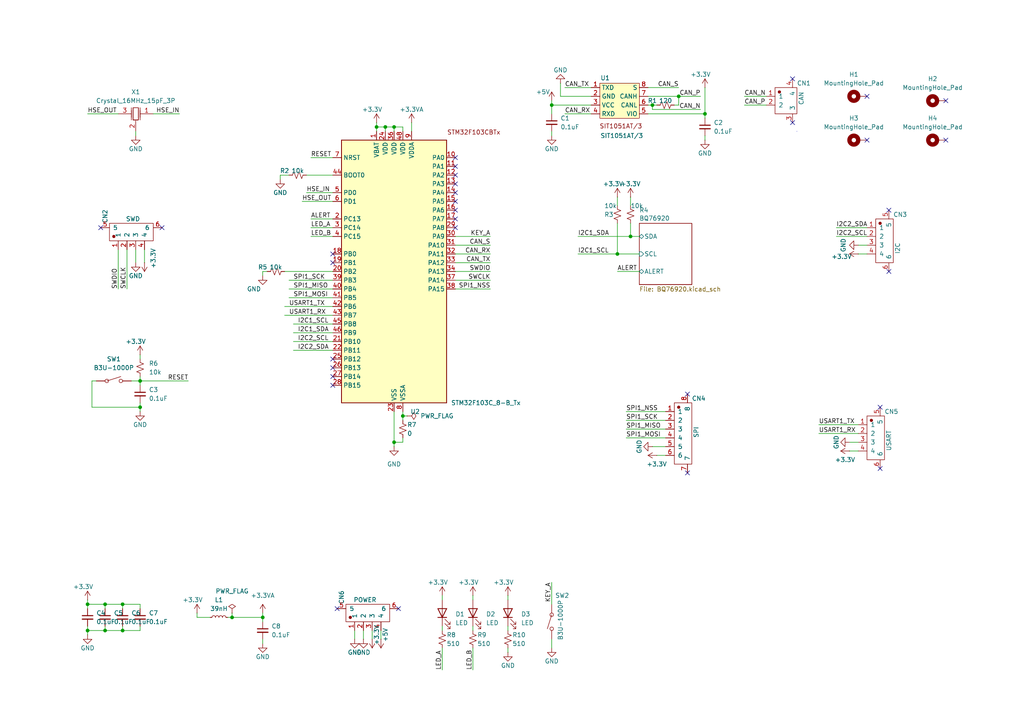
<source format=kicad_sch>
(kicad_sch (version 20231120) (generator "eeschema") (generator_version "8.0")
  (paper "A4")
  (title_block (title "CawBMS") (rev "Alpha") (company "GUAIK"))
  (lib_symbols
    (symbol "+3.3VA_1" (power) (pin_numbers hide) (pin_names (offset 0) hide)
      (property "Value" "+3.3VA" (at 0 3.556 0))
      (symbol "+3.3VA_1_0_1"
        (polyline (pts (xy -0.762 1.27) (xy 0 2.54)))
        (polyline (pts (xy 0 0) (xy 0 2.54)))
        (polyline (pts (xy 0 2.54) (xy 0.762 1.27)))
      )
      (symbol "+3.3VA_1_1_1"
        (pin power_in line (at 0 0 90) (length 0) (name "~") (number "1"))
      )
    )
    (symbol "Device:C_Small" (pin_numbers hide) (pin_names (offset 0.254) hide)
      (property "Reference" "C" (at 0.254 1.778 0))
      (property "Value" "C_Small" (at 0.254 -2.032 0))
      (symbol "C_Small_0_1"
        (polyline (pts (xy -1.524 -0.508) (xy 1.524 -0.508)) (stroke (width 0.3302)))
        (polyline (pts (xy -1.524 0.508) (xy 1.524 0.508)) (stroke (width 0.3048)))
      )
      (symbol "C_Small_1_1"
        (pin passive line (at 0 2.54 270) (length 2.032) (name "~") (number "1"))
        (pin passive line (at 0 -2.54 90) (length 2.032) (name "~") (number "2"))
      )
    )
    (symbol "Device:LED" (pin_numbers hide) (pin_names (offset 1.016) hide)
      (property "Reference" "D" (at 0 2.54 0))
      (property "Value" "LED" (at 0 -2.54 0))
      (symbol "LED_0_1"
        (polyline (pts (xy -1.27 -1.27) (xy -1.27 1.27)) (stroke (width 0.254)))
        (polyline (pts (xy -1.27 0) (xy 1.27 0)))
        (polyline (pts (xy 1.27 -1.27) (xy 1.27 1.27) (xy -1.27 0) (xy 1.27 -1.27)) (stroke (width 0.254)))
        (polyline (pts (xy -3.048 -0.762) (xy -4.572 -2.286) (xy -3.81 -2.286) (xy -4.572 -2.286) (xy -4.572 -1.524)))
        (polyline (pts (xy -1.778 -0.762) (xy -3.302 -2.286) (xy -2.54 -2.286) (xy -3.302 -2.286) (xy -3.302 -1.524)))
      )
      (symbol "LED_1_1"
        (pin passive line (at -3.81 0 0) (length 2.54) (name "K") (number "1"))
        (pin passive line (at 3.81 0 180) (length 2.54) (name "A") (number "2"))
      )
    )
    (symbol "Device:L_Small" (pin_numbers hide) (pin_names (offset 0.254) hide)
      (property "Reference" "L" (at 0.762 1.016 0))
      (property "Value" "L_Small" (at 0.762 -1.016 0))
      (symbol "L_Small_0_1"
        (arc (start 0 -2.032) (mid 0.5058 -1.524) (end 0 -1.016))
        (arc (start 0 -1.016) (mid 0.5058 -0.508) (end 0 0))
        (arc (start 0 0) (mid 0.5058 0.508) (end 0 1.016))
        (arc (start 0 1.016) (mid 0.5058 1.524) (end 0 2.032))
      )
      (symbol "L_Small_1_1"
        (pin passive line (at 0 2.54 270) (length 0.508) (name "~") (number "1"))
        (pin passive line (at 0 -2.54 90) (length 0.508) (name "~") (number "2"))
      )
    )
    (symbol "Device:R_Small_US" (pin_numbers hide) (pin_names (offset 0.254) hide)
      (property "Reference" "R" (at 0.762 0.508 0))
      (property "Value" "R_Small_US" (at 0.762 -1.016 0))
      (symbol "R_Small_US_1_1"
        (polyline (pts (xy 0 0) (xy 1.016 -0.381) (xy 0 -0.762) (xy -1.016 -1.143) (xy 0 -1.524)))
        (polyline (pts (xy 0 1.524) (xy 1.016 1.143) (xy 0 0.762) (xy -1.016 0.381) (xy 0 0)))
        (pin passive line (at 0 2.54 270) (length 1.016) (name "~") (number "1"))
        (pin passive line (at 0 -2.54 90) (length 1.016) (name "~") (number "2"))
      )
    )
    (symbol "Mechanical:MountingHole_Pad" (pin_numbers hide) (pin_names (offset 1.016) hide)
      (property "Reference" "H" (at 0 6.35 0))
      (property "Value" "MountingHole_Pad" (at 0 4.445 0))
      (symbol "MountingHole_Pad_0_1"
        (circle (center 0 1.27) (radius 1.27) (stroke (width 1.27)))
      )
      (symbol "MountingHole_Pad_1_1"
        (pin input line (at 0 -2.54 90) (length 2.54) (name "1") (number "1"))
      )
    )
    (symbol "MountingHole_Pad_1" (pin_numbers hide) (pin_names (offset 1.016) hide)
      (property "Reference" "H" (at 0 6.35 0))
      (property "Value" "MountingHole_Pad" (at 0 4.445 0))
      (symbol "MountingHole_Pad_1_0_1"
        (circle (center 0 1.27) (radius 1.27) (stroke (width 1.27)))
      )
      (symbol "MountingHole_Pad_1_1_1"
        (pin input line (at 0 -2.54 90) (length 2.54) (name "1") (number "1"))
      )
    )
    (symbol "MountingHole_Pad_2" (pin_numbers hide) (pin_names (offset 1.016) hide)
      (property "Reference" "H" (at 0 6.35 0))
      (property "Value" "MountingHole_Pad" (at 0 4.445 0))
      (symbol "MountingHole_Pad_2_0_1"
        (circle (center 0 1.27) (radius 1.27) (stroke (width 1.27)))
      )
      (symbol "MountingHole_Pad_2_1_1"
        (pin input line (at 0 -2.54 90) (length 2.54) (name "1") (number "1"))
      )
    )
    (symbol "MountingHole_Pad_3" (pin_numbers hide) (pin_names (offset 1.016) hide)
      (property "Reference" "H" (at 0 6.35 0))
      (property "Value" "MountingHole_Pad" (at 0 4.445 0))
      (symbol "MountingHole_Pad_3_0_1"
        (circle (center 0 1.27) (radius 1.27) (stroke (width 1.27)))
      )
      (symbol "MountingHole_Pad_3_1_1"
        (pin input line (at 0 -2.54 90) (length 2.54) (name "1") (number "1"))
      )
    )
    (symbol "Rick_Connector:WAFER-SH1.0-2PWB" (pin_names (offset 1.016))
      (property "Reference" "U" (at 0 9.144 0))
      (property "Value" "WAFER-SH1.0-2PWB" (at 0 14.224 0))
      (symbol "WAFER-SH1.0-2PWB_1_1"
        (rectangle (start -1.27 3.81) (end 5.08 -3.81) (stroke (width 0.1524)))
        (circle (center 0 2.54) (radius 0.381) (stroke (width 0.1524)) (fill (type outline)))
        (pin input line (at -3.81 1.27 0) (length 2.54) (name "1") (number "1"))
        (pin input line (at -3.81 -1.27 0) (length 2.54) (name "2") (number "2"))
        (pin input line (at 3.81 -6.35 90) (length 2.54) (name "3") (number "3"))
        (pin input line (at 3.81 6.35 270) (length 2.54) (name "4") (number "4"))
      )
    )
    (symbol "Rick_Connector:WAFER-SH1.0-4PWB" (pin_names (offset 1.016))
      (property "Reference" "CN" (at 0 11.7094 0))
      (property "Value" "WAFER-SH1.0-4PWB" (at 0 16.7894 0))
      (symbol "WAFER-SH1.0-4PWB_1_1"
        (rectangle (start -1.27 6.35) (end 3.81 -6.35) (stroke (width 0.1524)))
        (circle (center 0 5.08) (radius 0.381) (stroke (width 0.1524)) (fill (type outline)))
        (pin input line (at -3.81 3.81 0) (length 2.54) (name "1") (number "1"))
        (pin input line (at -3.81 1.27 0) (length 2.54) (name "2") (number "2"))
        (pin input line (at -3.81 -1.27 0) (length 2.54) (name "3") (number "3"))
        (pin input line (at -3.81 -3.81 0) (length 2.54) (name "4") (number "4"))
        (pin input line (at 2.54 8.89 270) (length 2.54) (name "5") (number "5"))
        (pin input line (at 2.54 -8.89 90) (length 2.54) (name "6") (number "6"))
      )
    )
    (symbol "Rick_Connector:WAFER-SH1.0-6PWB" (pin_names (offset 1.016))
      (property "Reference" "CN" (at 0 14.224 0))
      (property "Value" "WAFER-SH1.0-6PWB" (at 0 19.304 0))
      (symbol "WAFER-SH1.0-6PWB_1_1"
        (rectangle (start -2.54 8.89) (end 2.54 -8.89) (stroke (width 0.1524)))
        (circle (center -1.27 7.62) (radius 0.381) (stroke (width 0.1524)) (fill (type outline)))
        (pin input line (at -5.08 6.35 0) (length 2.54) (name "1") (number "1"))
        (pin input line (at -5.08 3.81 0) (length 2.54) (name "2") (number "2"))
        (pin input line (at -5.08 1.27 0) (length 2.54) (name "3") (number "3"))
        (pin input line (at -5.08 -1.27 0) (length 2.54) (name "4") (number "4"))
        (pin input line (at -5.08 -3.81 0) (length 2.54) (name "5") (number "5"))
        (pin input line (at -5.08 -6.35 0) (length 2.54) (name "6") (number "6"))
        (pin input line (at 1.27 -11.43 90) (length 2.54) (name "7") (number "7"))
        (pin input line (at 1.27 11.43 270) (length 2.54) (name "8") (number "8"))
      )
    )
    (symbol "Rick_Device:Crystal_16MHz_15pF_3P" (pin_names (offset 1.016) hide)
      (property "Reference" "X" (at 0 4.318 0))
      (property "Value" "Crystal_16MHz_15pF_3P" (at 0 9.398 0))
      (symbol "Crystal_16MHz_15pF_3P_1_1"
        (polyline (pts (xy -1.27 1.016) (xy -1.27 -1.016)) (stroke (width 0.1524)))
        (polyline (pts (xy -1.27 1.778) (xy -1.27 -1.778)) (stroke (width 0.1524)))
        (polyline (pts (xy -0.762 1.778) (xy 0.762 1.778)) (stroke (width 0.1524)))
        (polyline (pts (xy 1.27 1.016) (xy 1.27 -1.016)) (stroke (width 0.1524)))
        (polyline (pts (xy 1.27 1.778) (xy 1.27 -1.778)) (stroke (width 0.1524)))
        (polyline (pts (xy 0.762 1.778) (xy 0.762 -1.778) (xy -0.762 -1.778) (xy -0.762 1.778)) (stroke (width 0.1524)))
        (polyline (pts (xy -0.762 -1.778) (xy -0.762 1.778) (xy 0.762 1.778) (xy 0.762 -1.778) (xy -0.762 -1.778)) (stroke (width 0.1524)))
        (pin passive line (at 5.08 0 180) (length 3.81) (name "OSC1") (number "1"))
        (pin passive line (at 0 -5.08 90) (length 3.048) (name "GND") (number "2"))
        (pin passive line (at -5.08 0 0) (length 3.81) (name "OSC2") (number "3"))
      )
    )
    (symbol "Rick_Switch:B3U-1000P" (pin_numbers hide) (pin_names (offset 1.016) hide)
      (property "Reference" "SW" (at 0 2.54 0))
      (property "Value" "B3U-1000P" (at 0 5.08 0))
      (symbol "B3U-1000P_0_1"
        (circle (center -2.032 0) (radius 0.508))
        (polyline (pts (xy -2.032 0) (xy 2.032 1.27)))
        (circle (center 2.032 0) (radius 0.508))
        (pin passive line (at -5.08 0 0) (length 2.54) (name "1") (number "1"))
        (pin passive line (at 5.08 0 180) (length 2.54) (name "2") (number "2"))
      )
    )
    (symbol "bms:CAN "
      (property "Reference" "U?" (at -4.064 8.636 0))
      (symbol "CAN _1_1"
        (rectangle (start -3.81 6.35) (end 7.62 -3.81) (fill (type background)))
        (text "SIT1051AT/3" (at 2.286 -6.096 0) (effects (font (size 1.27 1.27))))
        (pin input line (at -6.35 5.08 0) (length 2.54) (name "TXD") (number "1"))
        (pin power_in line (at -6.35 2.54 0) (length 2.54) (name "GND") (number "2"))
        (pin power_in line (at -6.35 0 0) (length 2.54) (name "VCC") (number "3"))
        (pin output line (at -6.35 -2.54 0) (length 2.54) (name "RXD") (number "4"))
        (pin input line (at 10.16 -2.54 180) (length 2.54) (name "VIO") (number "5"))
        (pin bidirectional line (at 10.16 0 180) (length 2.54) (name "CANL") (number "6"))
        (pin bidirectional line (at 10.16 2.54 180) (length 2.54) (name "CANH") (number "7"))
        (pin input line (at 10.16 5.08 180) (length 2.54) (name "S") (number "8"))
      )
    )
    (symbol "bms:STM32F103CBTx"
      (property "Reference" "U" (at -24.892 42.164 0))
      (property "Value" "STM32F103C_8-B_Tx" (at 0 0 0))
      (symbol "STM32F103CBTx_0_1"
        (rectangle (start -17.78 40.64) (end 12.7 -35.56) (stroke (width 0.254)) (fill (type background)))
      )
      (symbol "STM32F103CBTx_1_1"
        (text "STM32F103CBTx" (at 20.574 42.926 0) (effects (font (size 1.27 1.27))))
        (pin power_in line (at -7.62 43.18 270) (length 2.54) (name "VBAT") (number "1"))
        (pin bidirectional line (at 15.24 35.56 180) (length 2.54) (name "PA0") (number "10"))
        (pin bidirectional line (at 15.24 33.02 180) (length 2.54) (name "PA1") (number "11"))
        (pin bidirectional line (at 15.24 30.48 180) (length 2.54) (name "PA2") (number "12"))
        (pin bidirectional line (at 15.24 27.94 180) (length 2.54) (name "PA3") (number "13"))
        (pin bidirectional line (at 15.24 25.4 180) (length 2.54) (name "PA4") (number "14"))
        (pin bidirectional line (at 15.24 22.86 180) (length 2.54) (name "PA5") (number "15"))
        (pin bidirectional line (at 15.24 20.32 180) (length 2.54) (name "PA6") (number "16"))
        (pin bidirectional line (at 15.24 17.78 180) (length 2.54) (name "PA7") (number "17"))
        (pin bidirectional line (at -20.32 7.62 0) (length 2.54) (name "PB0") (number "18"))
        (pin bidirectional line (at -20.32 5.08 0) (length 2.54) (name "PB1") (number "19"))
        (pin bidirectional line (at -20.32 17.78 0) (length 2.54) (name "PC13") (number "2"))
        (pin bidirectional line (at -20.32 2.54 0) (length 2.54) (name "PB2") (number "20"))
        (pin bidirectional line (at -20.32 -17.78 0) (length 2.54) (name "PB10") (number "21"))
        (pin bidirectional line (at -20.32 -20.32 0) (length 2.54) (name "PB11") (number "22"))
        (pin power_in line (at -2.54 -38.1 90) (length 2.54) (name "VSS") (number "23"))
        (pin power_in line (at -5.08 43.18 270) (length 2.54) (name "VDD") (number "24"))
        (pin bidirectional line (at -20.32 -22.86 0) (length 2.54) (name "PB12") (number "25"))
        (pin bidirectional line (at -20.32 -25.4 0) (length 2.54) (name "PB13") (number "26"))
        (pin bidirectional line (at -20.32 -27.94 0) (length 2.54) (name "PB14") (number "27"))
        (pin bidirectional line (at -20.32 -30.48 0) (length 2.54) (name "PB15") (number "28"))
        (pin bidirectional line (at 15.24 15.24 180) (length 2.54) (name "PA8") (number "29"))
        (pin bidirectional line (at -20.32 15.24 0) (length 2.54) (name "PC14") (number "3"))
        (pin bidirectional line (at 15.24 12.7 180) (length 2.54) (name "PA9") (number "30"))
        (pin bidirectional line (at 15.24 10.16 180) (length 2.54) (name "PA10") (number "31"))
        (pin bidirectional line (at 15.24 7.62 180) (length 2.54) (name "PA11") (number "32"))
        (pin bidirectional line (at 15.24 5.08 180) (length 2.54) (name "PA12") (number "33"))
        (pin bidirectional line (at 15.24 2.54 180) (length 2.54) (name "PA13") (number "34"))
        (pin passive line (at -2.54 -38.1 90) (length 2.54) hide (name "VSS") (number "35"))
        (pin power_in line (at -2.54 43.18 270) (length 2.54) (name "VDD") (number "36"))
        (pin bidirectional line (at 15.24 0 180) (length 2.54) (name "PA14") (number "37"))
        (pin bidirectional line (at 15.24 -2.54 180) (length 2.54) (name "PA15") (number "38"))
        (pin bidirectional line (at -20.32 0 0) (length 2.54) (name "PB3") (number "39"))
        (pin bidirectional line (at -20.32 12.7 0) (length 2.54) (name "PC15") (number "4"))
        (pin bidirectional line (at -20.32 -2.54 0) (length 2.54) (name "PB4") (number "40"))
        (pin bidirectional line (at -20.32 -5.08 0) (length 2.54) (name "PB5") (number "41"))
        (pin bidirectional line (at -20.32 -7.62 0) (length 2.54) (name "PB6") (number "42"))
        (pin bidirectional line (at -20.32 -10.16 0) (length 2.54) (name "PB7") (number "43"))
        (pin input line (at -20.32 30.48 0) (length 2.54) (name "BOOT0") (number "44"))
        (pin bidirectional line (at -20.32 -12.7 0) (length 2.54) (name "PB8") (number "45"))
        (pin bidirectional line (at -20.32 -15.24 0) (length 2.54) (name "PB9") (number "46"))
        (pin passive line (at -2.54 -38.1 90) (length 2.54) hide (name "VSS") (number "47"))
        (pin power_in line (at 0 43.18 270) (length 2.54) (name "VDD") (number "48"))
        (pin bidirectional line (at -20.32 25.4 0) (length 2.54) (name "PD0") (number "5"))
        (pin bidirectional line (at -20.32 22.86 0) (length 2.54) (name "PD1") (number "6"))
        (pin input line (at -20.32 35.56 0) (length 2.54) (name "NRST") (number "7"))
        (pin power_in line (at 0 -38.1 90) (length 2.54) (name "VSSA") (number "8"))
        (pin power_in line (at 2.54 43.18 270) (length 2.54) (name "VDDA") (number "9"))
      )
    )
    (symbol "power:+3.3V" (power) (pin_numbers hide) (pin_names (offset 0) hide)
      (property "Value" "+3.3V" (at 0 3.556 0))
      (symbol "+3.3V_0_1"
        (polyline (pts (xy -0.762 1.27) (xy 0 2.54)))
        (polyline (pts (xy 0 0) (xy 0 2.54)))
        (polyline (pts (xy 0 2.54) (xy 0.762 1.27)))
      )
      (symbol "+3.3V_1_1"
        (pin power_in line (at 0 0 90) (length 0) (name "~") (number "1"))
      )
    )
    (symbol "power:+3.3VA" (power) (pin_numbers hide) (pin_names (offset 0) hide)
      (property "Value" "+3.3VA" (at 0 3.556 0))
      (symbol "+3.3VA_0_1"
        (polyline (pts (xy -0.762 1.27) (xy 0 2.54)))
        (polyline (pts (xy 0 0) (xy 0 2.54)))
        (polyline (pts (xy 0 2.54) (xy 0.762 1.27)))
      )
      (symbol "+3.3VA_1_1"
        (pin power_in line (at 0 0 90) (length 0) (name "~") (number "1"))
      )
    )
    (symbol "power:+5V" (power) (pin_numbers hide) (pin_names (offset 0) hide)
      (property "Value" "+5V" (at 0 3.556 0))
      (symbol "+5V_0_1"
        (polyline (pts (xy -0.762 1.27) (xy 0 2.54)))
        (polyline (pts (xy 0 0) (xy 0 2.54)))
        (polyline (pts (xy 0 2.54) (xy 0.762 1.27)))
      )
      (symbol "+5V_1_1"
        (pin power_in line (at 0 0 90) (length 0) (name "~") (number "1"))
      )
    )
    (symbol "power:GND" (power) (pin_numbers hide) (pin_names (offset 0) hide)
      (property "Value" "GND" (at 0 -3.81 0))
      (symbol "GND_0_1"
        (polyline (pts (xy 0 0) (xy 0 -1.27) (xy 1.27 -1.27) (xy 0 -2.54) (xy -1.27 -1.27) (xy 0 -1.27)))
      )
      (symbol "GND_1_1"
        (pin power_in line (at 0 0 270) (length 0) (name "~") (number "1"))
      )
    )
    (symbol "power:PWR_FLAG" (power) (pin_numbers hide) (pin_names (offset 0) hide)
      (property "Value" "PWR_FLAG" (at 0 3.81 0))
      (symbol "PWR_FLAG_0_0"
        (pin power_out line (at 0 0 90) (length 0) (name "~") (number "1"))
      )
      (symbol "PWR_FLAG_0_1"
        (polyline (pts (xy 0 0) (xy 0 1.27) (xy -1.016 1.905) (xy 0 2.54) (xy 1.016 1.905) (xy 0 1.27)))
      )
    )
  )
  (junction (at 67.31 179.07))
  (junction (at 30.48 182.88))
  (junction (at 35.56 175.26))
  (junction (at 114.3 36.83))
  (junction (at 109.22 36.83))
  (junction (at 116.84 120.65))
  (junction (at 189.23 30.48))
  (junction (at 40.64 118.11))
  (junction (at 76.2 179.07))
  (junction (at 114.3 128.27))
  (junction (at 111.76 36.83))
  (junction (at 25.4 175.26))
  (junction (at 160.02 30.48))
  (junction (at 204.47 33.02))
  (junction (at 40.64 110.49))
  (junction (at 35.56 182.88))
  (junction (at 179.07 73.66))
  (junction (at 182.88 68.58))
  (junction (at 25.4 182.88))
  (junction (at 196.85 27.94))
  (junction (at 30.48 175.26))
  (no_connect (at 274.32 29.21))
  (no_connect (at 199.39 114.3))
  (no_connect (at 29.21 66.04))
  (no_connect (at 132.08 45.72))
  (no_connect (at 132.08 63.5))
  (no_connect (at 97.79 176.53))
  (no_connect (at 257.81 78.74))
  (no_connect (at 255.27 118.11))
  (no_connect (at 251.46 40.64))
  (no_connect (at 229.87 22.86))
  (no_connect (at 132.08 50.8))
  (no_connect (at 255.27 135.89))
  (no_connect (at 251.46 27.94))
  (no_connect (at 132.08 60.96))
  (no_connect (at 96.52 73.66))
  (no_connect (at 115.57 176.53))
  (no_connect (at 229.87 35.56))
  (no_connect (at 132.08 66.04))
  (no_connect (at 132.08 58.42))
  (no_connect (at 96.52 106.68))
  (no_connect (at 257.81 60.96))
  (no_connect (at 199.39 137.16))
  (no_connect (at 132.08 53.34))
  (no_connect (at 274.32 40.64))
  (no_connect (at 46.99 66.04))
  (no_connect (at 96.52 111.76))
  (no_connect (at 96.52 104.14))
  (no_connect (at 132.08 48.26))
  (no_connect (at 96.52 76.2))
  (no_connect (at 132.08 55.88))
  (no_connect (at 96.52 109.22))
  (wire (pts (xy 142.24 71.12) (xy 132.08 71.12)))
  (wire (pts (xy 76.2 179.07) (xy 76.2 180.34)))
  (wire (pts (xy 137.16 172.72) (xy 137.16 173.99)))
  (wire (pts (xy 163.83 33.02) (xy 171.45 33.02)))
  (wire (pts (xy 182.88 68.58) (xy 185.42 68.58)))
  (wire (pts (xy 215.9 27.94) (xy 222.25 27.94)))
  (wire (pts (xy 40.64 116.84) (xy 40.64 118.11)))
  (wire (pts (xy 128.27 194.31) (xy 128.27 187.96)))
  (wire (pts (xy 85.09 101.6) (xy 96.52 101.6)))
  (wire (pts (xy 142.24 81.28) (xy 132.08 81.28)))
  (wire (pts (xy 142.24 73.66) (xy 132.08 73.66)))
  (wire (pts (xy 181.61 124.46) (xy 193.04 124.46)))
  (wire (pts (xy 162.56 24.13) (xy 162.56 27.94)))
  (wire (pts (xy 83.82 81.28) (xy 96.52 81.28)))
  (wire (pts (xy 57.15 179.07) (xy 60.96 179.07)))
  (wire (pts (xy 40.64 109.22) (xy 40.64 110.49)))
  (wire (pts (xy 182.88 64.77) (xy 182.88 68.58)))
  (wire (pts (xy 39.37 76.2) (xy 39.37 72.39)))
  (wire (pts (xy 114.3 119.38) (xy 114.3 128.27)))
  (wire (pts (xy 88.9 50.8) (xy 96.52 50.8)))
  (wire (pts (xy 190.5 132.08) (xy 193.04 132.08)))
  (wire (pts (xy 25.4 182.88) (xy 25.4 184.15)))
  (wire (pts (xy 147.32 172.72) (xy 147.32 173.99)))
  (wire (pts (xy 26.67 118.11) (xy 40.64 118.11)))
  (wire (pts (xy 90.17 66.04) (xy 96.52 66.04)))
  (wire (pts (xy 137.16 181.61) (xy 137.16 182.88)))
  (wire (pts (xy 107.95 185.42) (xy 107.95 182.88)))
  (wire (pts (xy 162.56 27.94) (xy 171.45 27.94)))
  (wire (pts (xy 242.57 66.04) (xy 251.46 66.04)))
  (wire (pts (xy 82.55 88.9) (xy 96.52 88.9)))
  (wire (pts (xy 160.02 30.48) (xy 160.02 33.02)))
  (wire (pts (xy 102.87 185.42) (xy 102.87 182.88)))
  (wire (pts (xy 30.48 175.26) (xy 30.48 176.53)))
  (wire (pts (xy 57.15 177.8) (xy 57.15 179.07)))
  (wire (pts (xy 160.02 29.21) (xy 160.02 30.48)))
  (wire (pts (xy 204.47 39.37) (xy 204.47 40.64)))
  (wire (pts (xy 26.67 110.49) (xy 26.67 118.11)))
  (wire (pts (xy 142.24 68.58) (xy 132.08 68.58)))
  (wire (pts (xy 246.38 128.27) (xy 248.92 128.27)))
  (wire (pts (xy 82.55 78.74) (xy 96.52 78.74)))
  (wire (pts (xy 35.56 175.26) (xy 30.48 175.26)))
  (wire (pts (xy 237.49 123.19) (xy 248.92 123.19)))
  (wire (pts (xy 76.2 78.74) (xy 76.2 80.01)))
  (wire (pts (xy 137.16 194.31) (xy 137.16 187.96)))
  (wire (pts (xy 187.96 27.94) (xy 196.85 27.94)))
  (wire (pts (xy 163.83 25.4) (xy 171.45 25.4)))
  (wire (pts (xy 83.82 86.36) (xy 96.52 86.36)))
  (wire (pts (xy 189.23 31.75) (xy 203.2 31.75)))
  (wire (pts (xy 30.48 175.26) (xy 25.4 175.26)))
  (wire (pts (xy 67.31 177.8) (xy 67.31 179.07)))
  (wire (pts (xy 25.4 181.61) (xy 25.4 182.88)))
  (wire (pts (xy 111.76 36.83) (xy 114.3 36.83)))
  (wire (pts (xy 90.17 63.5) (xy 96.52 63.5)))
  (wire (pts (xy 196.85 30.48) (xy 195.58 30.48)))
  (wire (pts (xy 187.96 30.48) (xy 189.23 30.48)))
  (wire (pts (xy 105.41 185.42) (xy 105.41 182.88)))
  (wire (pts (xy 25.4 182.88) (xy 30.48 182.88)))
  (wire (pts (xy 83.82 83.82) (xy 96.52 83.82)))
  (wire (pts (xy 67.31 179.07) (xy 76.2 179.07)))
  (wire (pts (xy 35.56 181.61) (xy 35.56 182.88)))
  (wire (pts (xy 90.17 68.58) (xy 96.52 68.58)))
  (wire (pts (xy 204.47 25.4) (xy 204.47 33.02)))
  (wire (pts (xy 82.55 91.44) (xy 96.52 91.44)))
  (wire (pts (xy 85.09 96.52) (xy 96.52 96.52)))
  (wire (pts (xy 88.9 55.88) (xy 96.52 55.88)))
  (wire (pts (xy 114.3 36.83) (xy 114.3 38.1)))
  (wire (pts (xy 40.64 182.88) (xy 40.64 181.61)))
  (wire (pts (xy 76.2 185.42) (xy 76.2 186.69)))
  (wire (pts (xy 25.4 173.99) (xy 25.4 175.26)))
  (wire (pts (xy 52.07 33.02) (xy 44.45 33.02)))
  (wire (pts (xy 116.84 127) (xy 116.84 128.27)))
  (wire (pts (xy 246.38 130.81) (xy 248.92 130.81)))
  (wire (pts (xy 40.64 176.53) (xy 40.64 175.26)))
  (wire (pts (xy 85.09 99.06) (xy 96.52 99.06)))
  (wire (pts (xy 114.3 128.27) (xy 116.84 128.27)))
  (wire (pts (xy 118.11 120.65) (xy 116.84 120.65)))
  (wire (pts (xy 196.85 25.4) (xy 187.96 25.4)))
  (wire (pts (xy 160.02 185.42) (xy 160.02 187.96)))
  (wire (pts (xy 167.64 73.66) (xy 179.07 73.66)))
  (wire (pts (xy 77.47 78.74) (xy 76.2 78.74)))
  (wire (pts (xy 142.24 78.74) (xy 132.08 78.74)))
  (wire (pts (xy 34.29 83.82) (xy 34.29 72.39)))
  (wire (pts (xy 116.84 36.83) (xy 116.84 38.1)))
  (wire (pts (xy 25.4 33.02) (xy 34.29 33.02)))
  (wire (pts (xy 114.3 128.27) (xy 114.3 129.54)))
  (wire (pts (xy 109.22 36.83) (xy 111.76 36.83)))
  (wire (pts (xy 116.84 119.38) (xy 116.84 120.65)))
  (wire (pts (xy 182.88 57.15) (xy 182.88 59.69)))
  (wire (pts (xy 40.64 110.49) (xy 40.64 111.76)))
  (wire (pts (xy 242.57 68.58) (xy 251.46 68.58)))
  (wire (pts (xy 25.4 175.26) (xy 25.4 176.53)))
  (wire (pts (xy 142.24 76.2) (xy 132.08 76.2)))
  (wire (pts (xy 85.09 93.98) (xy 96.52 93.98)))
  (wire (pts (xy 35.56 175.26) (xy 35.56 176.53)))
  (wire (pts (xy 27.94 110.49) (xy 26.67 110.49)))
  (wire (pts (xy 179.07 73.66) (xy 185.42 73.66)))
  (wire (pts (xy 40.64 175.26) (xy 35.56 175.26)))
  (wire (pts (xy 142.24 83.82) (xy 132.08 83.82)))
  (wire (pts (xy 160.02 168.91) (xy 160.02 175.26)))
  (wire (pts (xy 189.23 30.48) (xy 190.5 30.48)))
  (wire (pts (xy 179.07 78.74) (xy 185.42 78.74)))
  (wire (pts (xy 237.49 125.73) (xy 248.92 125.73)))
  (wire (pts (xy 179.07 57.15) (xy 179.07 59.69)))
  (wire (pts (xy 109.22 35.56) (xy 109.22 36.83)))
  (wire (pts (xy 248.92 71.12) (xy 251.46 71.12)))
  (wire (pts (xy 147.32 181.61) (xy 147.32 182.88)))
  (wire (pts (xy 116.84 120.65) (xy 116.84 121.92)))
  (wire (pts (xy 40.64 110.49) (xy 54.61 110.49)))
  (wire (pts (xy 90.17 45.72) (xy 96.52 45.72)))
  (wire (pts (xy 40.64 118.11) (xy 40.64 119.38)))
  (wire (pts (xy 196.85 27.94) (xy 203.2 27.94)))
  (wire (pts (xy 40.64 102.87) (xy 40.64 104.14)))
  (wire (pts (xy 114.3 36.83) (xy 116.84 36.83)))
  (wire (pts (xy 109.22 36.83) (xy 109.22 38.1)))
  (wire (pts (xy 147.32 187.96) (xy 147.32 189.23)))
  (wire (pts (xy 30.48 181.61) (xy 30.48 182.88)))
  (wire (pts (xy 248.92 73.66) (xy 251.46 73.66)))
  (wire (pts (xy 81.28 50.8) (xy 81.28 52.07)))
  (wire (pts (xy 181.61 127) (xy 193.04 127)))
  (wire (pts (xy 160.02 30.48) (xy 171.45 30.48)))
  (wire (pts (xy 83.82 50.8) (xy 81.28 50.8)))
  (wire (pts (xy 204.47 33.02) (xy 187.96 33.02)))
  (wire (pts (xy 181.61 121.92) (xy 193.04 121.92)))
  (wire (pts (xy 110.49 185.42) (xy 110.49 182.88)))
  (wire (pts (xy 76.2 177.8) (xy 76.2 179.07)))
  (wire (pts (xy 39.37 38.1) (xy 39.37 39.37)))
  (wire (pts (xy 215.9 30.48) (xy 222.25 30.48)))
  (wire (pts (xy 87.63 58.42) (xy 96.52 58.42)))
  (wire (pts (xy 35.56 182.88) (xy 40.64 182.88)))
  (wire (pts (xy 189.23 129.54) (xy 193.04 129.54)))
  (wire (pts (xy 119.38 35.56) (xy 119.38 38.1)))
  (wire (pts (xy 160.02 38.1) (xy 160.02 39.37)))
  (wire (pts (xy 196.85 27.94) (xy 196.85 30.48)))
  (wire (pts (xy 167.64 68.58) (xy 182.88 68.58)))
  (wire (pts (xy 204.47 33.02) (xy 204.47 34.29)))
  (wire (pts (xy 36.83 83.82) (xy 36.83 72.39)))
  (wire (pts (xy 66.04 179.07) (xy 67.31 179.07)))
  (wire (pts (xy 128.27 172.72) (xy 128.27 173.99)))
  (wire (pts (xy 38.1 110.49) (xy 40.64 110.49)))
  (wire (pts (xy 189.23 30.48) (xy 189.23 31.75)))
  (wire (pts (xy 128.27 181.61) (xy 128.27 182.88)))
  (wire (pts (xy 30.48 182.88) (xy 35.56 182.88)))
  (wire (pts (xy 111.76 36.83) (xy 111.76 38.1)))
  (wire (pts (xy 179.07 64.77) (xy 179.07 73.66)))
  (wire (pts (xy 181.61 119.38) (xy 193.04 119.38)))
  (wire (pts (xy 41.91 76.2) (xy 41.91 72.39)))
  (rectangle (start 231.14 38.1) (end 231.14 38.1))
  (label "RESET" (at 54.61 110.49 180))
  (label "LED_A" (at 90.17 66.04 0))
  (label "I2C2_SCL" (at 242.57 68.58 0))
  (label "SPI1_MISO" (at 85.09 83.82 0))
  (label "CAN_P" (at 203.2 27.94 180))
  (label "I2C2_SDA" (at 242.57 66.04 0))
  (label "CAN_N" (at 203.2 31.75 180))
  (label "SPI1_NSS" (at 181.61 119.38 0))
  (label "SWDIO" (at 142.24 78.74 180))
  (label "CAN_TX" (at 163.83 25.4 0))
  (label "I2C2_SCL" (at 86.36 99.06 0))
  (label "HSE_IN" (at 88.9 55.88 0))
  (label "HSE_IN" (at 52.07 33.02 180))
  (label "ALERT" (at 90.17 63.5 0))
  (label "CAN_S" (at 142.24 71.12 180))
  (label "HSE_OUT" (at 25.4 33.02 0))
  (label "USART1_RX" (at 237.49 125.73 0))
  (label "I2C2_SDA" (at 86.36 101.6 0))
  (label "I2C1_SCL" (at 86.36 93.98 0))
  (label "LED_A" (at 128.27 194.31 90))
  (label "SWDIO" (at 34.29 83.82 90))
  (label "SPI1_MOSI" (at 85.09 86.36 0))
  (label "HSE_OUT" (at 87.63 58.42 0))
  (label "I2C1_SDA" (at 167.64 68.58 0))
  (label "SPI1_MISO" (at 181.61 124.46 0))
  (label "SPI1_SCK" (at 181.61 121.92 0))
  (label "CAN_RX" (at 142.24 73.66 180))
  (label "CAN_RX" (at 163.83 33.02 0))
  (label "KEY_A" (at 142.24 68.58 180))
  (label "ALERT" (at 179.07 78.74 0))
  (label "USART1_TX" (at 237.49 123.19 0))
  (label "RESET" (at 90.17 45.72 0))
  (label "SWCLK" (at 142.24 81.28 180))
  (label "I2C1_SDA" (at 86.36 96.52 0))
  (label "SPI1_SCK" (at 85.09 81.28 0))
  (label "LED_B" (at 137.16 194.31 90))
  (label "USART1_TX" (at 83.82 88.9 0))
  (label "SPI1_MOSI" (at 181.61 127 0))
  (label "CAN_P" (at 215.9 30.48 0))
  (label "SPI1_NSS" (at 142.24 83.82 180))
  (label "CAN_N" (at 215.9 27.94 0))
  (label "SWCLK" (at 36.83 83.82 90))
  (label "LED_B" (at 90.17 68.58 0))
  (label "I2C1_SCL" (at 167.64 73.66 0))
  (label "KEY_A" (at 160.02 168.91 270))
  (label "CAN_TX" (at 142.24 76.2 180))
  (label "CAN_S" (at 196.85 25.4 180))
  (label "USART1_RX" (at 83.82 91.44 0))
  (symbol (lib_id "power:+3.3V") (at 109.22 35.56 0) (unit 1)
    (property "Reference" "#PWR04" (effects (hide yes)))
    (property "Value" "+3.3V" (at 107.95 31.75 0))
  )
  (symbol (lib_id "power:PWR_FLAG") (at 118.11 120.65 270) (unit 1)
    (property "Reference" "#FLG01" (effects (hide yes)))
    (property "Value" "PWR_FLAG" (at 121.92 120.65 90) (effects (justify left)))
  )
  (symbol (lib_id "Device:L_Small") (at 63.5 179.07 90) (unit 1)
    (property "Reference" "L1" (at 63.5 173.99 90))
    (property "Value" "39nH" (at 63.5 176.53 90))
    (property "Footprint" "Inductor_SMD:L_0402_1005Metric_Pad0.77x0.64mm_HandSolder" (effects (hide yes)))
  )
  (symbol (lib_id "power:+5V") (at 160.02 29.21 0) (unit 1)
    (property "Reference" "#PWR03" (effects (hide yes)))
    (property "Value" "+5V" (at 157.48 26.67 0))
  )
  (symbol (lib_id "Mechanical:MountingHole_Pad") (at 248.92 27.94 90) (unit 1)
    (property "Reference" "H1" (at 247.65 21.59 90))
    (property "Value" "MountingHole_Pad" (at 247.65 24.13 90))
    (property "Footprint" "MountingHole:MountingHole_2.2mm_M2_Pad_Via" (effects (hide yes)))
  )
  (symbol (lib_id "power:PWR_FLAG") (at 67.31 177.8 0) (unit 1)
    (property "Reference" "#FLG02" (effects (hide yes)))
    (property "Value" "PWR_FLAG" (at 67.31 171.45 0))
  )
  (symbol (lib_id "power:+3.3V") (at 179.07 57.15 0) (unit 1)
    (property "Reference" "#PWR010" (effects (hide yes)))
    (property "Value" "+3.3V" (at 177.8 53.34 0))
  )
  (symbol (lib_id "Device:R_Small_US") (at 137.16 185.42 0) (unit 1)
    (property "Reference" "R9" (at 138.43 184.15 0) (effects (justify left)))
    (property "Value" "510" (at 138.43 186.69 0) (effects (justify left)))
    (property "Footprint" "Resistor_SMD:R_0402_1005Metric_Pad0.72x0.64mm_HandSolder" (effects (hide yes)))
  )
  (symbol (lib_id "power:GND") (at 114.3 129.54 0) (unit 1)
    (property "Reference" "#PWR020" (effects (hide yes)))
    (property "Value" "GND" (at 114.3 134.62 0))
  )
  (symbol (lib_id "Device:R_Small_US") (at 80.01 78.74 90) (unit 1)
    (property "Reference" "R5" (at 76.2 77.47 90))
    (property "Value" "10k" (at 80.01 77.47 90))
    (property "Footprint" "Resistor_SMD:R_0402_1005Metric_Pad0.72x0.64mm_HandSolder" (effects (hide yes)))
  )
  (symbol (lib_id "power:GND") (at 76.2 80.01 0) (unit 1)
    (property "Reference" "#PWR016" (effects (hide yes)))
    (property "Value" "GND" (at 73.66 83.82 0))
  )
  (symbol (lib_id "Rick_Connector:WAFER-SH1.0-4PWB") (at 252.73 127 0) (unit 1)
    (property "Reference" "CN5" (at 256.54 119.38 0) (effects (justify left)))
    (property "Value" "USART" (at 257.81 130.81 90) (effects (justify left)))
    (property "Footprint" "Rick_Connector:CONN-SMD_4P-P1.00_WAFER-SH1.0-4PWB" (effects (hide yes)))
    (property "SuppliersPartNumber" "C3029343" (effects (hide yes)))
    (property "uuid" "std:3aeef2007f6340e5aa158e9b3ba53384" (effects (hide yes)))
  )
  (symbol (lib_id "power:+3.3V") (at 246.38 130.81 90) (unit 1)
    (property "Reference" "#PWR022" (effects (hide yes)))
    (property "Value" "+3.3V" (at 245.11 133.35 90))
  )
  (symbol (lib_id "power:GND") (at 39.37 76.2 0) (unit 1)
    (property "Reference" "#PWR014" (effects (hide yes)))
    (property "Value" "GND" (at 39.37 80.01 0))
  )
  (symbol (lib_id "Device:R_Small_US") (at 116.84 124.46 0) (unit 1)
    (property "Reference" "R7" (at 118.11 123.19 0) (effects (justify left)))
    (property "Value" "0" (at 118.11 125.73 0) (effects (justify left)))
    (property "Footprint" "Resistor_SMD:R_0402_1005Metric_Pad0.72x0.64mm_HandSolder" (effects (hide yes)))
  )
  (symbol (lib_id "power:+3.3V") (at 248.92 73.66 90) (unit 1)
    (property "Reference" "#PWR013" (effects (hide yes)))
    (property "Value" "+3.3V" (at 244.094 74.422 90))
  )
  (symbol (lib_id "Device:C_Small") (at 40.64 114.3 0) (unit 1)
    (property "Reference" "C3" (at 43.18 113.0363 0) (effects (justify left)))
    (property "Value" "0.1uF" (at 43.18 115.5763 0) (effects (justify left)))
    (property "Footprint" "Capacitor_SMD:C_0402_1005Metric_Pad0.74x0.62mm_HandSolder" (effects (hide yes)))
  )
  (symbol (lib_id "power:+5V") (at 110.49 185.42 180) (unit 1)
    (property "Reference" "#PWR034" (effects (hide yes)))
    (property "Value" "+5V" (at 111.76 184.15 90))
  )
  (symbol (lib_id "Device:R_Small_US") (at 179.07 62.23 0) (unit 1)
    (property "Reference" "R3" (at 175.26 62.23 0) (effects (justify left)))
    (property "Value" "10k" (at 175.26 59.69 0) (effects (justify left)))
    (property "Footprint" "Resistor_SMD:R_0402_1005Metric_Pad0.72x0.64mm_HandSolder" (effects (hide yes)))
  )
  (symbol (lib_id "power:+3.3VA") (at 76.2 177.8 0) (unit 1)
    (property "Reference" "#PWR029" (effects (hide yes)))
    (property "Value" "+3.3VA" (at 76.2 172.72 0))
  )
  (symbol (lib_id "power:GND") (at 189.23 129.54 270) (unit 1)
    (property "Reference" "#PWR021" (effects (hide yes)))
    (property "Value" "GND" (at 185.42 129.54 0))
  )
  (symbol (lib_id "Rick_Connector:WAFER-SH1.0-6PWB") (at 198.12 125.73 0) (unit 1)
    (property "Reference" "CN4" (at 200.66 115.57 0) (effects (justify left)))
    (property "Value" "SPI" (at 201.93 127 90) (effects (justify left)))
    (property "Footprint" "Rick_Connector:CONN-SMD_6P-P1.00_XUNPU_WAFER-SH1.0-6PWB" (effects (hide yes)))
    (property "SuppliersPartNumber" "C3029345" (effects (hide yes)))
    (property "uuid" "std:f32f5274372e4d209515ea792a9b5735" (effects (hide yes)))
  )
  (symbol (lib_id "Device:C_Small") (at 204.47 36.83 0) (unit 1)
    (property "Reference" "C2" (at 207.01 35.5663 0) (effects (justify left)))
    (property "Value" "0.1uF" (at 207.01 38.1063 0) (effects (justify left)))
    (property "Footprint" "Capacitor_SMD:C_0402_1005Metric_Pad0.74x0.62mm_HandSolder" (effects (hide yes)))
  )
  (symbol (lib_id "Device:LED") (at 128.27 177.8 90) (unit 1)
    (property "Reference" "D1" (at 132.08 178.1175 90) (effects (justify right)))
    (property "Value" "LED" (at 132.08 180.6575 90) (effects (justify right)))
    (property "Footprint" "LED_SMD:LED_0402_1005Metric_Pad0.77x0.64mm_HandSolder" (effects (hide yes)))
  )
  (symbol (lib_id "power:GND") (at 102.87 185.42 0) (unit 1)
    (property "Reference" "#PWR031" (effects (hide yes)))
    (property "Value" "GND" (at 102.87 189.23 0))
  )
  (symbol (lib_id "Rick_Connector:WAFER-SH1.0-2PWB") (at 226.06 29.21 0) (unit 1)
    (property "Reference" "CN1" (at 231.14 24.13 0) (effects (justify left)))
    (property "Value" "CAN" (at 232.41 30.48 90) (effects (justify left)))
    (property "Footprint" "Rick_Connector:CONN-SMD_2P-P1.00_XUNPU_WAFER-SH1.0-2PWB" (effects (hide yes)))
    (property "SuppliersPartNumber" "C3029341" (effects (hide yes)))
    (property "uuid" "std:b25617d4d4944bb5a333c9a533c58e4a" (effects (hide yes)))
  )
  (symbol (lib_id "Device:R_Small_US") (at 182.88 62.23 0) (unit 1)
    (property "Reference" "R4" (at 185.42 60.96 0) (effects (justify left)))
    (property "Value" "10k" (at 182.88 59.69 0) (effects (justify left)))
    (property "Footprint" "Resistor_SMD:R_0402_1005Metric_Pad0.72x0.64mm_HandSolder" (effects (hide yes)))
  )
  (symbol (lib_id "power:GND") (at 248.92 71.12 270) (unit 1)
    (property "Reference" "#PWR012" (effects (hide yes)))
    (property "Value" "GND" (at 244.602 71.12 0))
  )
  (symbol (lib_id "power:GND") (at 81.28 52.07 0) (unit 1)
    (property "Reference" "#PWR09" (effects (hide yes)))
    (property "Value" "GND" (at 81.28 55.88 0))
  )
  (symbol (lib_id "power:+3.3V") (at 182.88 57.15 0) (unit 1)
    (property "Reference" "#PWR011" (effects (hide yes)))
    (property "Value" "+3.3V" (at 182.88 53.34 0))
  )
  (symbol (lib_id "Rick_Connector:WAFER-SH1.0-4PWB") (at 38.1 68.58 90) (unit 1)
    (property "Reference" "CN2" (at 30.48 64.77 0) (effects (justify left)))
    (property "Value" "SWD" (at 40.64 63.5 90) (effects (justify left)))
    (property "Footprint" "Rick_Connector:CONN-SMD_4P-P1.00_WAFER-SH1.0-4PWB" (effects (hide yes)))
    (property "SuppliersPartNumber" "C3029343" (effects (hide yes)))
    (property "uuid" "std:3aeef2007f6340e5aa158e9b3ba53384" (effects (hide yes)))
  )
  (symbol (lib_id "Device:C_Small") (at 160.02 35.56 0) (unit 1)
    (property "Reference" "C1" (at 162.56 34.2963 0) (effects (justify left)))
    (property "Value" "0.1uF" (at 162.56 36.8363 0) (effects (justify left)))
    (property "Footprint" "Capacitor_SMD:C_0402_1005Metric_Pad0.74x0.62mm_HandSolder" (effects (hide yes)))
  )
  (symbol (lib_id "power:GND") (at 40.64 119.38 0) (unit 1)
    (property "Reference" "#PWR018" (effects (hide yes)))
    (property "Value" "GND" (at 40.64 123.19 0))
  )
  (symbol (lib_id "power:GND") (at 76.2 186.69 0) (unit 1)
    (property "Reference" "#PWR035" (effects (hide yes)))
    (property "Value" "GND" (at 76.2 190.5 0))
  )
  (symbol (lib_id "Rick_Connector:WAFER-SH1.0-4PWB") (at 255.27 69.85 0) (unit 1)
    (property "Reference" "CN3" (at 259.08 62.23 0) (effects (justify left)))
    (property "Value" "I2C" (at 260.35 73.66 90) (effects (justify left)))
    (property "Footprint" "Rick_Connector:CONN-SMD_4P-P1.00_WAFER-SH1.0-4PWB" (effects (hide yes)))
    (property "SuppliersPartNumber" "C3029343" (effects (hide yes)))
    (property "uuid" "std:3aeef2007f6340e5aa158e9b3ba53384" (effects (hide yes)))
  )
  (symbol (lib_name "+3.3VA_1") (lib_id "power:+3.3VA") (at 119.38 35.56 0) (unit 1)
    (property "Reference" "#PWR05" (effects (hide yes)))
    (property "Value" "+3.3VA" (at 119.38 31.75 0))
  )
  (symbol (lib_id "power:+3.3V") (at 204.47 25.4 0) (unit 1)
    (property "Reference" "#PWR02" (effects (hide yes)))
    (property "Value" "+3.3V" (at 203.2 21.59 0))
    (property "Description" "Power symbol creates a global label with name \"+3.3V\"" (effects (hide yes)))
  )
  (symbol (lib_id "power:GND") (at 246.38 128.27 270) (unit 1)
    (property "Reference" "#PWR019" (effects (hide yes)))
    (property "Value" "GND" (at 242.57 128.27 0))
  )
  (symbol (lib_id "Device:C_Small") (at 40.64 179.07 0) (unit 1)
    (property "Reference" "C7" (at 43.18 177.8063 0) (effects (justify left)))
    (property "Value" "0.1uF" (at 43.18 180.3463 0) (effects (justify left)))
    (property "Footprint" "Capacitor_SMD:C_0402_1005Metric_Pad0.74x0.62mm_HandSolder" (effects (hide yes)))
  )
  (symbol (lib_id "power:GND") (at 39.37 39.37 0) (unit 1)
    (property "Reference" "#PWR06" (effects (hide yes)))
    (property "Value" "GND" (at 39.37 43.18 0))
  )
  (symbol (lib_id "power:+3.3V") (at 128.27 172.72 0) (unit 1)
    (property "Reference" "#PWR024" (effects (hide yes)))
    (property "Value" "+3.3V" (at 127 168.91 0))
  )
  (symbol (lib_id "Rick_Switch:B3U-1000P") (at 160.02 180.34 90) (mirror x) (unit 1)
    (property "Reference" "SW2" (at 165.1 172.72 90) (effects (justify left)))
    (property "Value" "B3U-1000P" (at 162.56 173.99 0) (effects (justify left)))
    (property "Footprint" "Rick_Switch:B3U-1000P" (effects (hide yes)))
    (property "Datasheet" "https://atta.szlcsc.com/upload/public/pdf/source/20180629/C231329_070179C33643744C5978F4F02109B85D.pdf" (effects (hide yes)))
    (property "SuppliersPartNumber" "C231329" (effects (hide yes)))
    (property "uuid" "pro:88cc75915fa84deeac551567265da6f9" (effects (hide yes)))
    (property "Manufacturer" "OMRON" (effects (hide yes)))
    (property "Manufacturer Product Number" "B3U-1000P" (effects (hide yes)))
    (property "JLC Part Number" "C231329" (effects (hide yes)))
    (property "JLC URL" "https://item.szlcsc.com/231216.html" (effects (hide yes)))
  )
  (symbol (lib_id "bms:CAN ") (at 177.8 30.48 0) (unit 1)
    (property "Reference" "U1" (at 175.514 22.606 0))
    (property "Value" "SIT1051AT/3" (at 180.34 39.37 0))
    (property "Footprint" "Rick_CAN:ISO1044BDR_SOP-8" (effects (hide yes)))
    (property "Datasheet" "https://item.szlcsc.com/6255025.html?fromZone=s_s__%2522SIT1051AT%252F3%2522&spm=sc.gb.xh1.zy.n___sc.hm.hd.ss&lcsc_vid=FQQMV1FXQldfBFMFQwMMA1NWRVReBVRfRFcNXgVTEgQxVlNVTlhcXlReQFFaVDsOAxUeFF5JWBYZEEoBGA4JCwFIFA4DSA%3D%3D" (effects (hide yes)))
    (property "Description" "CAN收发芯片" (effects (hide yes)))
  )
  (symbol (lib_id "Rick_Device:Crystal_16MHz_15pF_3P") (at 39.37 33.02 0) (unit 1)
    (property "Reference" "X1" (at 39.37 26.67 0))
    (property "Value" "Crystal_16MHz_15pF_3P" (at 39.37 29.21 0))
    (property "Footprint" "Rick_Crystal:Crystal_SMD3213-3P" (effects (hide yes)))
    (property "Datasheet" "http://www.szlcsc.com/product/details_318913.html" (effects (hide yes)))
    (property "SuppliersPartNumber" "C341521" (effects (hide yes)))
    (property "uuid" "std:1df7711bb7514091887d101c9f54bf51" (effects (hide yes)))
    (property "Manufacturer" "muRata" (effects (hide yes)))
    (property "Manufacturer Product Number" "CSTNE16M0V530000R0" (effects (hide yes)))
    (property "JLC Part Number" "C341521" (effects (hide yes)))
    (property "JLC URL" "https://item.szlcsc.com/318913.html" (effects (hide yes)))
  )
  (symbol (lib_id "Device:R_Small_US") (at 40.64 106.68 0) (unit 1)
    (property "Reference" "R6" (at 43.18 105.41 0) (effects (justify left)))
    (property "Value" "10k" (at 43.18 107.95 0) (effects (justify left)))
    (property "Footprint" "Resistor_SMD:R_0402_1005Metric_Pad0.72x0.64mm_HandSolder" (effects (hide yes)))
  )
  (symbol (lib_id "Device:C_Small") (at 76.2 182.88 0) (unit 1)
    (property "Reference" "C8" (at 78.74 181.6163 0) (effects (justify left)))
    (property "Value" "0.1uF" (at 78.74 184.1563 0) (effects (justify left)))
    (property "Footprint" "Capacitor_SMD:C_0402_1005Metric_Pad0.74x0.62mm_HandSolder" (effects (hide yes)))
  )
  (symbol (lib_id "Device:R_Small_US") (at 147.32 185.42 0) (unit 1)
    (property "Reference" "R10" (at 148.59 184.15 0) (effects (justify left)))
    (property "Value" "510" (at 148.59 186.69 0) (effects (justify left)))
    (property "Footprint" "Resistor_SMD:R_0402_1005Metric_Pad0.72x0.64mm_HandSolder" (effects (hide yes)))
  )
  (symbol (lib_id "Device:C_Small") (at 30.48 179.07 0) (unit 1)
    (property "Reference" "C5" (at 33.02 177.8063 0) (effects (justify left)))
    (property "Value" "0.1uF" (at 33.02 180.3463 0) (effects (justify left)))
    (property "Footprint" "Capacitor_SMD:C_0402_1005Metric_Pad0.74x0.62mm_HandSolder" (effects (hide yes)))
  )
  (symbol (lib_id "power:+3.3V") (at 57.15 177.8 0) (unit 1)
    (property "Reference" "#PWR028" (effects (hide yes)))
    (property "Value" "+3.3V" (at 55.88 173.99 0))
  )
  (symbol (lib_id "power:+3.3V") (at 190.5 132.08 90) (unit 1)
    (property "Reference" "#PWR023" (effects (hide yes)))
    (property "Value" "+3.3V" (at 190.5 134.62 90))
  )
  (symbol (lib_id "power:GND") (at 147.32 189.23 0) (unit 1)
    (property "Reference" "#PWR037" (effects (hide yes)))
    (property "Value" "GND" (at 147.32 193.04 0))
  )
  (symbol (lib_id "power:+3.3V") (at 107.95 185.42 180) (unit 1)
    (property "Reference" "#PWR033" (effects (hide yes)))
    (property "Value" "+3.3V" (at 109.22 184.15 90))
  )
  (symbol (lib_id "power:+3.3V") (at 25.4 173.99 0) (unit 1)
    (property "Reference" "#PWR027" (effects (hide yes)))
    (property "Value" "+3.3V" (at 24.13 170.18 0))
  )
  (symbol (lib_id "Device:R_Small_US") (at 193.04 30.48 90) (unit 1)
    (property "Reference" "R1" (at 189.23 29.21 90))
    (property "Value" "120" (at 193.04 29.21 90))
    (property "Footprint" "Resistor_SMD:R_0402_1005Metric_Pad0.72x0.64mm_HandSolder" (effects (hide yes)))
  )
  (symbol (lib_name "MountingHole_Pad_3") (lib_id "Mechanical:MountingHole_Pad") (at 248.92 40.64 90) (unit 1)
    (property "Reference" "H3" (at 247.65 34.29 90))
    (property "Value" "MountingHole_Pad" (at 247.65 36.83 90))
    (property "Footprint" "MountingHole:MountingHole_2.2mm_M2_Pad_Via" (effects (hide yes)))
  )
  (symbol (lib_id "bms:STM32F103CBTx") (at 116.84 81.28 0) (unit 1)
    (property "Reference" "U2" (at 119.0341 119.38 0) (effects (justify left)))
    (property "Value" "STM32F103C_8-B_Tx" (at 130.81 116.84 0) (effects (justify left)))
    (property "Footprint" "Package_QFP:LQFP-48_7x7mm_P0.5mm" (effects (hide yes)))
    (property "Datasheet" "https://www.st.com/resource/en/datasheet/stm32f103c8.pdf" (effects (hide yes)))
    (property "Description" "STMicroelectronics Arm Cortex-M3 MCU, 64-128KB flash, 20KB RAM, 72 MHz, 2.0-3.6V, 37 GPIO, LQFP48" (effects (hide yes)))
  )
  (symbol (lib_id "power:GND") (at 204.47 40.64 0) (unit 1)
    (property "Reference" "#PWR08" (effects (hide yes)))
    (property "Value" "GND" (at 204.47 44.45 0))
    (property "Description" "Power symbol creates a global label with name \"GND\" , ground" (effects (hide yes)))
  )
  (symbol (lib_name "MountingHole_Pad_2") (lib_id "Mechanical:MountingHole_Pad") (at 271.78 40.64 90) (unit 1)
    (property "Reference" "H4" (at 270.51 34.29 90))
    (property "Value" "MountingHole_Pad" (at 270.51 36.83 90))
    (property "Footprint" "MountingHole:MountingHole_2.2mm_M2_Pad_Via" (effects (hide yes)))
  )
  (symbol (lib_id "Rick_Connector:WAFER-SH1.0-4PWB") (at 106.68 179.07 90) (unit 1)
    (property "Reference" "CN6" (at 99.06 175.26 0) (effects (justify left)))
    (property "Value" "POWER" (at 109.22 173.99 90) (effects (justify left)))
    (property "Footprint" "Rick_Connector:CONN-SMD_4P-P1.00_WAFER-SH1.0-4PWB" (effects (hide yes)))
    (property "SuppliersPartNumber" "C3029343" (effects (hide yes)))
    (property "uuid" "std:3aeef2007f6340e5aa158e9b3ba53384" (effects (hide yes)))
  )
  (symbol (lib_id "power:GND") (at 160.02 187.96 0) (unit 1)
    (property "Reference" "#PWR036" (effects (hide yes)))
    (property "Value" "GND" (at 160.02 191.77 0))
  )
  (symbol (lib_id "Device:LED") (at 137.16 177.8 90) (unit 1)
    (property "Reference" "D2" (at 140.97 178.1175 90) (effects (justify right)))
    (property "Value" "LED" (at 140.97 180.6575 90) (effects (justify right)))
    (property "Footprint" "LED_SMD:LED_0402_1005Metric_Pad0.77x0.64mm_HandSolder" (effects (hide yes)))
  )
  (symbol (lib_id "Device:C_Small") (at 35.56 179.07 0) (unit 1)
    (property "Reference" "C6" (at 38.1 177.8063 0) (effects (justify left)))
    (property "Value" "0.1uF" (at 38.1 180.3463 0) (effects (justify left)))
    (property "Footprint" "Capacitor_SMD:C_0402_1005Metric_Pad0.74x0.62mm_HandSolder" (effects (hide yes)))
  )
  (symbol (lib_id "Device:LED") (at 147.32 177.8 90) (unit 1)
    (property "Reference" "D3" (at 151.13 178.1175 90) (effects (justify right)))
    (property "Value" "LED" (at 151.13 180.6575 90) (effects (justify right)))
    (property "Footprint" "LED_SMD:LED_0402_1005Metric_Pad0.77x0.64mm_HandSolder" (effects (hide yes)))
  )
  (symbol (lib_id "Rick_Switch:B3U-1000P") (at 33.02 110.49 0) (unit 1)
    (property "Reference" "SW1" (at 33.02 104.14 0))
    (property "Value" "B3U-1000P" (at 33.02 106.68 0))
    (property "Footprint" "Rick_Switch:B3U-1000P" (effects (hide yes)))
    (property "Datasheet" "https://atta.szlcsc.com/upload/public/pdf/source/20180629/C231329_070179C33643744C5978F4F02109B85D.pdf" (effects (hide yes)))
    (property "SuppliersPartNumber" "C231329" (effects (hide yes)))
    (property "uuid" "pro:88cc75915fa84deeac551567265da6f9" (effects (hide yes)))
    (property "Manufacturer" "OMRON" (effects (hide yes)))
    (property "Manufacturer Product Number" "B3U-1000P" (effects (hide yes)))
    (property "JLC Part Number" "C231329" (effects (hide yes)))
    (property "JLC URL" "https://item.szlcsc.com/231216.html" (effects (hide yes)))
  )
  (symbol (lib_id "power:+3.3V") (at 147.32 172.72 0) (unit 1)
    (property "Reference" "#PWR026" (effects (hide yes)))
    (property "Value" "+3.3V" (at 146.05 168.91 0))
  )
  (symbol (lib_id "power:GND") (at 162.56 24.13 180) (unit 1)
    (property "Reference" "#PWR01" (effects (hide yes)))
    (property "Value" "GND" (at 162.56 20.32 0))
  )
  (symbol (lib_id "power:+3.3V") (at 40.64 102.87 0) (unit 1)
    (property "Reference" "#PWR017" (effects (hide yes)))
    (property "Value" "+3.3V" (at 39.37 99.06 0))
    (property "Description" "Power symbol creates a global label with name \"+3.3V\"" (effects (hide yes)))
  )
  (symbol (lib_id "power:GND") (at 105.41 185.42 0) (unit 1)
    (property "Reference" "#PWR032" (effects (hide yes)))
    (property "Value" "GND" (at 105.41 189.23 0))
  )
  (symbol (lib_id "power:+3.3V") (at 137.16 172.72 0) (unit 1)
    (property "Reference" "#PWR025" (effects (hide yes)))
    (property "Value" "+3.3V" (at 135.89 168.91 0))
  )
  (symbol (lib_id "Device:R_Small_US") (at 128.27 185.42 0) (unit 1)
    (property "Reference" "R8" (at 129.54 184.15 0) (effects (justify left)))
    (property "Value" "510" (at 129.54 186.69 0) (effects (justify left)))
    (property "Footprint" "Resistor_SMD:R_0402_1005Metric_Pad0.72x0.64mm_HandSolder" (effects (hide yes)))
  )
  (symbol (lib_id "power:GND") (at 25.4 184.15 0) (unit 1)
    (property "Reference" "#PWR030" (effects (hide yes)))
    (property "Value" "GND" (at 25.4 187.96 0))
  )
  (symbol (lib_id "power:+3.3V") (at 41.91 76.2 180) (unit 1)
    (property "Reference" "#PWR015" (effects (hide yes)))
    (property "Value" "+3.3V" (at 44.45 74.93 90))
  )
  (symbol (lib_id "power:GND") (at 160.02 39.37 0) (unit 1)
    (property "Reference" "#PWR07" (effects (hide yes)))
    (property "Value" "GND" (at 160.02 43.18 0))
  )
  (symbol (lib_id "Device:R_Small_US") (at 86.36 50.8 90) (unit 1)
    (property "Reference" "R2" (at 82.55 49.53 90))
    (property "Value" "10k" (at 86.36 49.53 90))
    (property "Footprint" "Resistor_SMD:R_0402_1005Metric_Pad0.72x0.64mm_HandSolder" (effects (hide yes)))
  )
  (symbol (lib_id "Device:C_Small") (at 25.4 179.07 0) (unit 1)
    (property "Reference" "C4" (at 27.94 177.8063 0) (effects (justify left)))
    (property "Value" "0.1uF" (at 27.94 180.3463 0) (effects (justify left)))
    (property "Footprint" "Capacitor_SMD:C_0402_1005Metric_Pad0.74x0.62mm_HandSolder" (effects (hide yes)))
  )
  (symbol (lib_name "MountingHole_Pad_1") (lib_id "Mechanical:MountingHole_Pad") (at 271.78 29.21 90) (unit 1)
    (property "Reference" "H2" (at 270.51 22.86 90))
    (property "Value" "MountingHole_Pad" (at 270.51 25.4 90))
    (property "Footprint" "MountingHole:MountingHole_2.2mm_M2_Pad_Via" (effects (hide yes)))
  )
  (sheet (at 185.42 64.77) (size 15.24 17.78) (stroke (width 0.1524))
    (property "Sheetname" "BQ76920" (at 185.42 64.0584 0) (effects (justify left bottom)))
    (property "Sheetfile" "BQ76920.kicad_sch" (at 185.42 83.1346 0) (effects (justify left top)))
    (pin "SDA" bidirectional (at 185.42 68.58 180))
    (pin "ALERT" bidirectional (at 185.42 78.74 180))
    (pin "SCL" input (at 185.42 73.66 180))
  )
)
</source>
